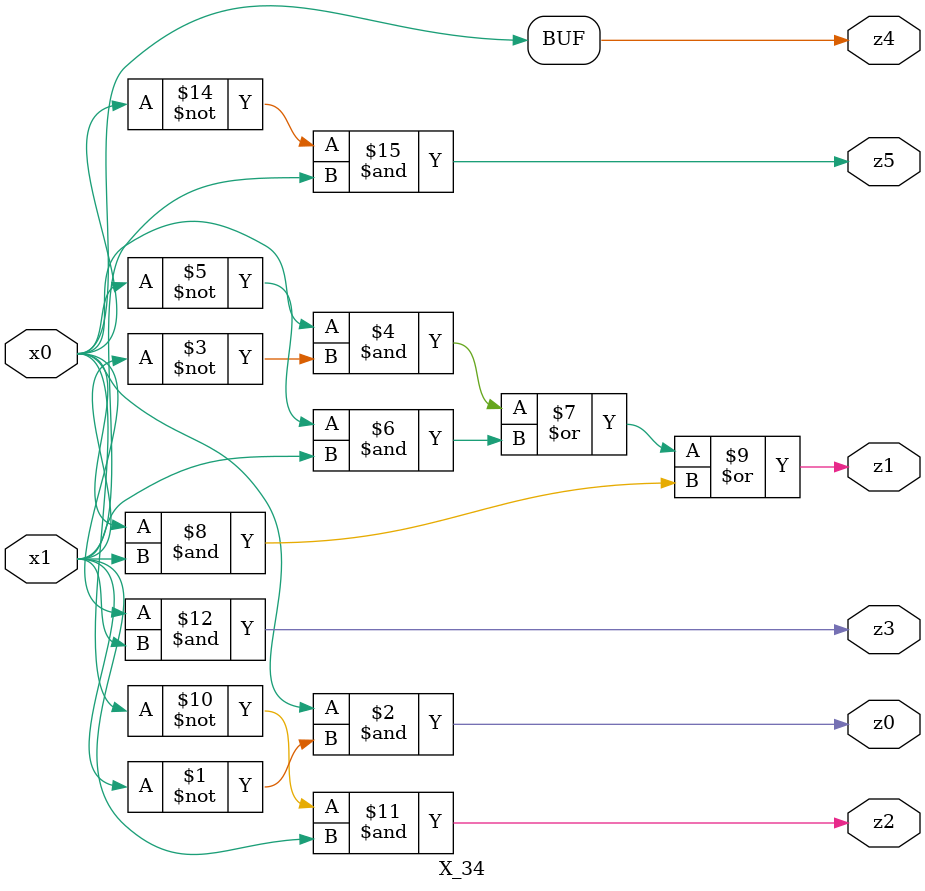
<source format=v>

module X_34 ( 
    x0, x1,
    z0, z1, z2, z3, z4, z5  );
  input  x0, x1;
  output z0, z1, z2, z3, z4, z5;
  assign z0 = x0 & ~x1;
  assign z1 = (x0 & ~x1) | (~x0 & x1) | (x0 & x1);
  assign z2 = ~x0 & x1;
  assign z3 = x0 & x1;
  assign z4 = x1 ? x0 : x0;
  assign z5 = ~x0 & x1;
endmodule



</source>
